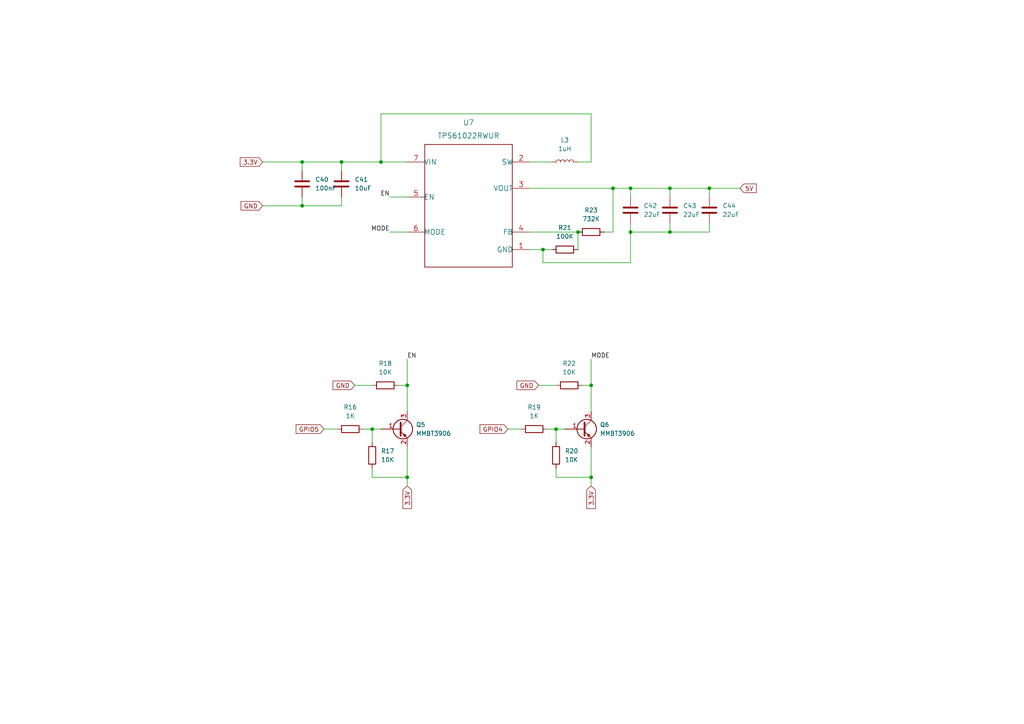
<source format=kicad_sch>
(kicad_sch (version 20211123) (generator eeschema)
  (paper "A4")
  (lib_symbols
    (symbol "Device:C" (pin_numbers hide) (pin_names (offset 0.254))
      (property "Reference" "C" (at 0.635 2.54 0))
      (property "Value" "C" (at 0.635 -2.54 0))
      (symbol "C_0_1"
        (polyline (pts (xy -2.032 -0.762) (xy 2.032 -0.762)) (stroke (width 0.508)))
        (polyline (pts (xy -2.032 0.762) (xy 2.032 0.762)) (stroke (width 0.508)))
      )
      (symbol "C_1_1"
        (pin passive line (at 0 3.81 270) (length 2.794) (name "~") (number "1"))
        (pin passive line (at 0 -3.81 90) (length 2.794) (name "~") (number "2"))
      )
    )
    (symbol "Device:L" (pin_numbers hide) (pin_names (offset 1.016) hide)
      (property "Reference" "L" (at -1.27 0 90))
      (property "Value" "L" (at 1.905 0 90))
      (symbol "L_0_1"
        (arc (start 0 -2.54) (mid 0.635 -1.905) (end 0 -1.27))
        (arc (start 0 -1.27) (mid 0.635 -0.635) (end 0 0))
        (arc (start 0 0) (mid 0.635 0.635) (end 0 1.27))
        (arc (start 0 1.27) (mid 0.635 1.905) (end 0 2.54))
      )
      (symbol "L_1_1"
        (pin passive line (at 0 3.81 270) (length 1.27) (name "1") (number "1"))
        (pin passive line (at 0 -3.81 90) (length 1.27) (name "2") (number "2"))
      )
    )
    (symbol "Device:R" (pin_numbers hide) (pin_names (offset 0))
      (property "Reference" "R" (at 2.032 0 90))
      (property "Value" "R" (at 0 0 90))
      (symbol "R_0_1"
        (rectangle (start -1.016 -2.54) (end 1.016 2.54) (stroke (width 0.254)))
      )
      (symbol "R_1_1"
        (pin passive line (at 0 3.81 270) (length 1.27) (name "~") (number "1"))
        (pin passive line (at 0 -3.81 90) (length 1.27) (name "~") (number "2"))
      )
    )
    (symbol "TPS61022RWUR:TPS61022RWUR" (pin_names (offset -0.254))
      (property "Reference" "U" (at 0 2.54 0))
      (property "Value" "TPS61022RWUR" (at 0 0 0))
      (symbol "TPS61022RWUR_1_1"
        (polyline (pts (xy -12.7 -17.78) (xy 12.7 -17.78)) (stroke (width 0.2032)))
        (polyline (pts (xy -12.7 17.78) (xy -12.7 -17.78)) (stroke (width 0.2032)))
        (polyline (pts (xy 12.7 -17.78) (xy 12.7 17.78)) (stroke (width 0.2032)))
        (polyline (pts (xy 12.7 17.78) (xy -12.7 17.78)) (stroke (width 0.2032)))
        (pin power_in line (at 17.78 -12.7 180) (length 5.08) (name "GND") (number "1"))
        (pin power_in line (at 17.78 12.7 180) (length 5.08) (name "SW") (number "2"))
        (pin power_in line (at 17.78 5.08 180) (length 5.08) (name "VOUT") (number "3"))
        (pin input line (at 17.78 -7.62 180) (length 5.08) (name "FB") (number "4"))
        (pin input line (at -17.78 2.54 0) (length 5.08) (name "EN") (number "5"))
        (pin input line (at -17.78 -7.62 0) (length 5.08) (name "MODE") (number "6"))
        (pin power_in line (at -17.78 12.7 0) (length 5.08) (name "VIN") (number "7"))
      )
    )
    (symbol "Transistor_BJT:MMBT3906" (pin_names (offset 0) hide)
      (property "Reference" "Q" (at 5.08 1.905 0))
      (property "Value" "MMBT3906" (at 5.08 0 0))
      (symbol "MMBT3906_0_1"
        (polyline (pts (xy 0.635 0.635) (xy 2.54 2.54)))
        (polyline (pts (xy 0.635 -0.635) (xy 2.54 -2.54) (xy 2.54 -2.54)))
        (polyline (pts (xy 0.635 1.905) (xy 0.635 -1.905) (xy 0.635 -1.905)) (stroke (width 0.508)))
        (polyline (pts (xy 2.286 -1.778) (xy 1.778 -2.286) (xy 1.27 -1.27) (xy 2.286 -1.778) (xy 2.286 -1.778)) (fill (type outline)))
        (circle (center 1.27 0) (radius 2.8194) (stroke (width 0.254)))
      )
      (symbol "MMBT3906_1_1"
        (pin input line (at -5.08 0 0) (length 5.715) (name "B") (number "1"))
        (pin passive line (at 2.54 -5.08 90) (length 2.54) (name "E") (number "2"))
        (pin passive line (at 2.54 5.08 270) (length 2.54) (name "C") (number "3"))
      )
    )
  )
  (junction (at 157.48 72.39))
  (junction (at 161.29 124.46))
  (junction (at 87.63 46.99))
  (junction (at 194.31 67.31))
  (junction (at 171.45 138.43))
  (junction (at 194.31 54.61))
  (junction (at 182.88 67.31))
  (junction (at 99.06 46.99))
  (junction (at 171.45 111.76))
  (junction (at 107.95 124.46))
  (junction (at 177.8 54.61))
  (junction (at 110.49 46.99))
  (junction (at 118.11 111.76))
  (junction (at 205.74 54.61))
  (junction (at 167.64 67.31))
  (junction (at 87.63 59.69))
  (junction (at 118.11 138.43))
  (junction (at 182.88 54.61))
  (wire (pts (xy 107.95 124.46) (xy 110.49 124.46)))
  (wire (pts (xy 182.88 67.31) (xy 182.88 76.2)))
  (wire (pts (xy 171.45 104.14) (xy 171.45 111.76)))
  (wire (pts (xy 107.95 124.46) (xy 107.95 128.27)))
  (wire (pts (xy 115.57 111.76) (xy 118.11 111.76)))
  (wire (pts (xy 161.29 124.46) (xy 161.29 128.27)))
  (wire (pts (xy 157.48 72.39) (xy 160.02 72.39)))
  (wire (pts (xy 158.75 124.46) (xy 161.29 124.46)))
  (wire (pts (xy 194.31 64.77) (xy 194.31 67.31)))
  (wire (pts (xy 168.91 111.76) (xy 171.45 111.76)))
  (wire (pts (xy 118.11 129.54) (xy 118.11 138.43)))
  (wire (pts (xy 99.06 57.15) (xy 99.06 59.69)))
  (wire (pts (xy 110.49 46.99) (xy 118.11 46.99)))
  (wire (pts (xy 157.48 76.2) (xy 182.88 76.2)))
  (wire (pts (xy 194.31 54.61) (xy 194.31 57.15)))
  (wire (pts (xy 107.95 135.89) (xy 107.95 138.43)))
  (wire (pts (xy 105.41 124.46) (xy 107.95 124.46)))
  (wire (pts (xy 102.87 111.76) (xy 107.95 111.76)))
  (wire (pts (xy 194.31 67.31) (xy 205.74 67.31)))
  (wire (pts (xy 161.29 124.46) (xy 163.83 124.46)))
  (wire (pts (xy 99.06 46.99) (xy 110.49 46.99)))
  (wire (pts (xy 156.21 111.76) (xy 161.29 111.76)))
  (wire (pts (xy 177.8 54.61) (xy 182.88 54.61)))
  (wire (pts (xy 194.31 54.61) (xy 205.74 54.61)))
  (wire (pts (xy 171.45 129.54) (xy 171.45 138.43)))
  (wire (pts (xy 107.95 138.43) (xy 118.11 138.43)))
  (wire (pts (xy 182.88 64.77) (xy 182.88 67.31)))
  (wire (pts (xy 87.63 46.99) (xy 99.06 46.99)))
  (wire (pts (xy 171.45 33.02) (xy 110.49 33.02)))
  (wire (pts (xy 153.67 54.61) (xy 177.8 54.61)))
  (wire (pts (xy 87.63 46.99) (xy 87.63 49.53)))
  (wire (pts (xy 118.11 104.14) (xy 118.11 111.76)))
  (wire (pts (xy 205.74 67.31) (xy 205.74 64.77)))
  (wire (pts (xy 205.74 54.61) (xy 214.63 54.61)))
  (wire (pts (xy 113.03 57.15) (xy 118.11 57.15)))
  (wire (pts (xy 99.06 49.53) (xy 99.06 46.99)))
  (wire (pts (xy 171.45 46.99) (xy 171.45 33.02)))
  (wire (pts (xy 205.74 54.61) (xy 205.74 57.15)))
  (wire (pts (xy 153.67 67.31) (xy 167.64 67.31)))
  (wire (pts (xy 153.67 46.99) (xy 160.02 46.99)))
  (wire (pts (xy 93.98 124.46) (xy 97.79 124.46)))
  (wire (pts (xy 147.32 124.46) (xy 151.13 124.46)))
  (wire (pts (xy 118.11 111.76) (xy 118.11 119.38)))
  (wire (pts (xy 182.88 54.61) (xy 194.31 54.61)))
  (wire (pts (xy 161.29 138.43) (xy 171.45 138.43)))
  (wire (pts (xy 76.2 59.69) (xy 87.63 59.69)))
  (wire (pts (xy 110.49 33.02) (xy 110.49 46.99)))
  (wire (pts (xy 182.88 54.61) (xy 182.88 57.15)))
  (wire (pts (xy 87.63 57.15) (xy 87.63 59.69)))
  (wire (pts (xy 153.67 72.39) (xy 157.48 72.39)))
  (wire (pts (xy 167.64 46.99) (xy 171.45 46.99)))
  (wire (pts (xy 182.88 67.31) (xy 194.31 67.31)))
  (wire (pts (xy 167.64 67.31) (xy 167.64 72.39)))
  (wire (pts (xy 157.48 72.39) (xy 157.48 76.2)))
  (wire (pts (xy 171.45 138.43) (xy 171.45 140.97)))
  (wire (pts (xy 87.63 59.69) (xy 99.06 59.69)))
  (wire (pts (xy 175.26 67.31) (xy 177.8 67.31)))
  (wire (pts (xy 76.2 46.99) (xy 87.63 46.99)))
  (wire (pts (xy 161.29 135.89) (xy 161.29 138.43)))
  (wire (pts (xy 118.11 138.43) (xy 118.11 140.97)))
  (wire (pts (xy 171.45 111.76) (xy 171.45 119.38)))
  (wire (pts (xy 113.03 67.31) (xy 118.11 67.31)))
  (wire (pts (xy 177.8 67.31) (xy 177.8 54.61)))
  (label "EN" (at 118.11 104.14 0))
  (label "MODE" (at 171.45 104.14 0))
  (label "EN" (at 113.03 57.15 180))
  (label "MODE" (at 113.03 67.31 180))
  (global_label "GPIO4" (shape input) (at 147.32 124.46 180) (property "Intersheet References" "${INTERSHEET_REFS}" (effects hide)))
  (global_label "GND" (shape input) (at 76.2 59.69 180) (property "Intersheet References" "${INTERSHEET_REFS}" (effects hide)))
  (global_label "3.3V" (shape input) (at 118.11 140.97 270) (property "Intersheet References" "${INTERSHEET_REFS}" (effects hide)))
  (global_label "GPIO5" (shape input) (at 93.98 124.46 180) (property "Intersheet References" "${INTERSHEET_REFS}" (effects hide)))
  (global_label "GND" (shape input) (at 156.21 111.76 180) (property "Intersheet References" "${INTERSHEET_REFS}" (effects hide)))
  (global_label "GND" (shape input) (at 102.87 111.76 180) (property "Intersheet References" "${INTERSHEET_REFS}" (effects hide)))
  (global_label "3.3V" (shape input) (at 171.45 140.97 270) (property "Intersheet References" "${INTERSHEET_REFS}" (effects hide)))
  (global_label "3.3V" (shape input) (at 76.2 46.99 180) (property "Intersheet References" "${INTERSHEET_REFS}" (effects hide)))
  (global_label "5V" (shape input) (at 214.63 54.61 0) (property "Intersheet References" "${INTERSHEET_REFS}" (effects hide)))
  (symbol (lib_id "Device:R") (at 165.1 111.76 90) (unit 1)
    (property "Reference" "R22" (at 165.1 105.41 90))
    (property "Value" "10K" (at 165.1 107.95 90))
    (property "Footprint" "Resistor_SMD:R_0603_1608Metric" (effects hide))
  )
  (symbol (lib_id "Device:R") (at 163.83 72.39 270) (unit 1)
    (property "Reference" "R21" (at 163.83 66.04 90))
    (property "Value" "100K" (at 163.83 68.58 90))
    (property "Footprint" "Resistor_SMD:R_0603_1608Metric" (effects hide))
  )
  (symbol (lib_id "Device:R") (at 161.29 132.08 180) (unit 1)
    (property "Reference" "R20" (at 163.83 130.8099 0) (effects (justify right)))
    (property "Value" "10K" (at 163.83 133.3499 0) (effects (justify right)))
    (property "Footprint" "Resistor_SMD:R_0603_1608Metric" (effects hide))
  )
  (symbol (lib_id "Device:C") (at 182.88 60.96 0) (unit 1)
    (property "Reference" "C42" (at 186.69 59.6899 0) (effects (justify left)))
    (property "Value" "22uF" (at 186.69 62.2299 0) (effects (justify left)))
    (property "Footprint" "Capacitor_SMD:C_Elec_6.3x5.4" (effects hide))
  )
  (symbol (lib_id "Device:C") (at 99.06 53.34 0) (unit 1)
    (property "Reference" "C41" (at 102.87 52.0699 0) (effects (justify left)))
    (property "Value" "10uF" (at 102.87 54.6099 0) (effects (justify left)))
    (property "Footprint" "Capacitor_SMD:C_Elec_4x5.4" (effects hide))
  )
  (symbol (lib_id "Device:C") (at 194.31 60.96 0) (unit 1)
    (property "Reference" "C43" (at 198.12 59.6899 0) (effects (justify left)))
    (property "Value" "22uF" (at 198.12 62.2299 0) (effects (justify left)))
    (property "Footprint" "Capacitor_SMD:C_Elec_6.3x5.4" (effects hide))
  )
  (symbol (lib_id "TPS61022RWUR:TPS61022RWUR") (at 135.89 59.69 0) (unit 1)
    (property "Reference" "U7" (at 135.89 35.56 0) (effects (font (size 1.524 1.524))))
    (property "Value" "TPS61022RWUR" (at 135.89 39.37 0) (effects (font (size 1.524 1.524))))
    (property "Footprint" "footprints:TPS61022RWUR" (effects hide))
  )
  (symbol (lib_id "Transistor_BJT:MMBT3906") (at 115.57 124.46 0) (unit 1)
    (property "Reference" "Q5" (at 120.65 123.1899 0) (effects (justify left)))
    (property "Value" "MMBT3906" (at 120.65 125.7299 0) (effects (justify left)))
    (property "Footprint" "Package_TO_SOT_SMD:SOT-23" (effects hide))
    (property "Datasheet" "https://www.onsemi.com/pub/Collateral/2N3906-D.PDF" (effects hide))
  )
  (symbol (lib_id "Device:R") (at 111.76 111.76 90) (unit 1)
    (property "Reference" "R18" (at 111.76 105.41 90))
    (property "Value" "10K" (at 111.76 107.95 90))
    (property "Footprint" "Resistor_SMD:R_0603_1608Metric" (effects hide))
  )
  (symbol (lib_id "Device:C") (at 205.74 60.96 0) (unit 1)
    (property "Reference" "C44" (at 209.55 59.6899 0) (effects (justify left)))
    (property "Value" "22uF" (at 209.55 62.2299 0) (effects (justify left)))
    (property "Footprint" "Capacitor_SMD:C_Elec_6.3x5.4" (effects hide))
  )
  (symbol (lib_id "Device:C") (at 87.63 53.34 0) (unit 1)
    (property "Reference" "C40" (at 91.44 52.0699 0) (effects (justify left)))
    (property "Value" "100nF" (at 91.44 54.6099 0) (effects (justify left)))
    (property "Footprint" "Capacitor_SMD:C_0603_1608Metric" (effects hide))
  )
  (symbol (lib_id "Device:L") (at 163.83 46.99 90) (unit 1)
    (property "Reference" "L3" (at 163.83 40.64 90))
    (property "Value" "1uH" (at 163.83 43.18 90))
    (property "Footprint" "Inductor_SMD:L_1210_3225Metric" (effects hide))
  )
  (symbol (lib_id "Transistor_BJT:MMBT3906") (at 168.91 124.46 0) (unit 1)
    (property "Reference" "Q6" (at 173.99 123.1899 0) (effects (justify left)))
    (property "Value" "MMBT3906" (at 173.99 125.7299 0) (effects (justify left)))
    (property "Footprint" "Package_TO_SOT_SMD:SOT-23" (effects hide))
    (property "Datasheet" "https://www.onsemi.com/pub/Collateral/2N3906-D.PDF" (effects hide))
  )
  (symbol (lib_id "Device:R") (at 171.45 67.31 270) (unit 1)
    (property "Reference" "R23" (at 171.45 60.96 90))
    (property "Value" "732K" (at 171.45 63.5 90))
    (property "Footprint" "Resistor_SMD:R_0603_1608Metric" (effects hide))
  )
  (symbol (lib_id "Device:R") (at 101.6 124.46 90) (unit 1)
    (property "Reference" "R16" (at 101.6 118.11 90))
    (property "Value" "1K" (at 101.6 120.65 90))
    (property "Footprint" "Resistor_SMD:R_0603_1608Metric" (effects hide))
  )
  (symbol (lib_id "Device:R") (at 107.95 132.08 180) (unit 1)
    (property "Reference" "R17" (at 110.49 130.8099 0) (effects (justify right)))
    (property "Value" "10K" (at 110.49 133.3499 0) (effects (justify right)))
    (property "Footprint" "Resistor_SMD:R_0603_1608Metric" (effects hide))
  )
  (symbol (lib_id "Device:R") (at 154.94 124.46 90) (unit 1)
    (property "Reference" "R19" (at 154.94 118.11 90))
    (property "Value" "1K" (at 154.94 120.65 90))
    (property "Footprint" "Resistor_SMD:R_0603_1608Metric" (effects hide))
  )
)
</source>
